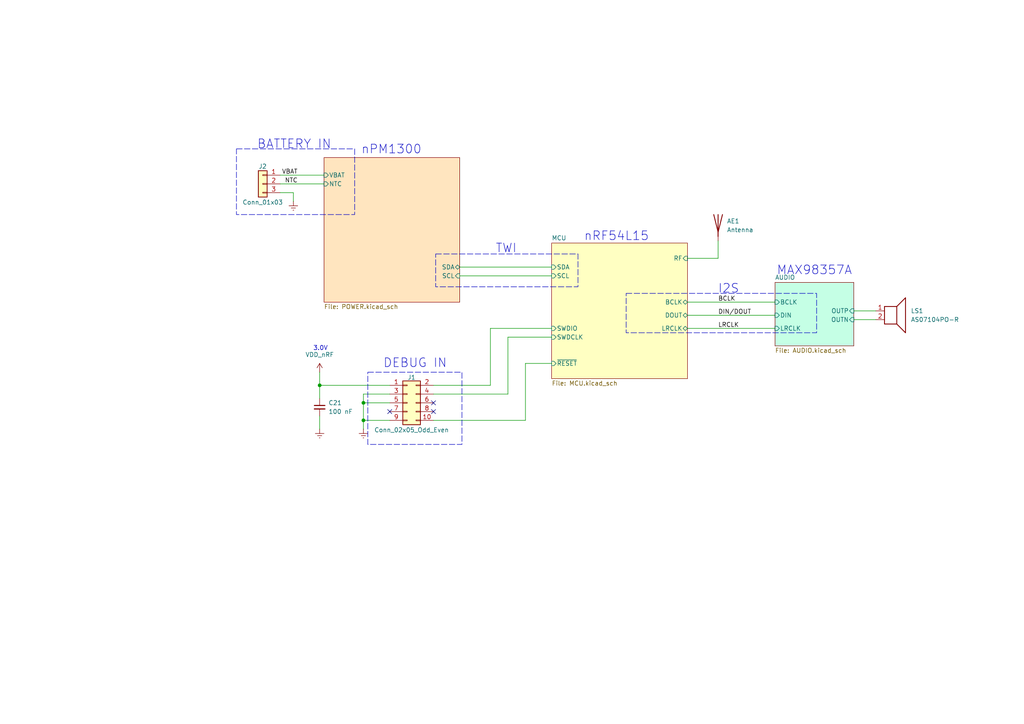
<source format=kicad_sch>
(kicad_sch (version 20250114) (generator "eeschema") (generator_version "9.0")
  (paper "A4")
  (lib_symbols
    (symbol "Connector_Generic:Conn_01x03" (pin_names (offset 1.016) (hide yes))
      (property "Reference" "J" (at 0 5.08 0))
      (property "Value" "Conn_01x03" (at 0 -5.08 0))
      (symbol "Conn_01x03_1_1"
        (rectangle (start -1.27 3.81) (end 1.27 -3.81) (stroke (width 0.254)) (fill (type background)))
        (rectangle (start -1.27 2.667) (end 0 2.413) (stroke (width 0.1524)))
        (rectangle (start -1.27 0.127) (end 0 -0.127) (stroke (width 0.1524)))
        (rectangle (start -1.27 -2.413) (end 0 -2.667) (stroke (width 0.1524)))
        (pin passive line (at -5.08 2.54 0) (length 3.81) (name "Pin_1") (number "1"))
        (pin passive line (at -5.08 0 0) (length 3.81) (name "Pin_2") (number "2"))
        (pin passive line (at -5.08 -2.54 0) (length 3.81) (name "Pin_3") (number "3"))
      )
    )
    (symbol "Connector_Generic:Conn_02x05_Odd_Even" (pin_names (offset 1.016) (hide yes))
      (property "Reference" "J" (at 1.27 7.62 0))
      (property "Value" "Conn_02x05_Odd_Even" (at 1.27 -7.62 0))
      (symbol "Conn_02x05_Odd_Even_1_1"
        (rectangle (start -1.27 6.35) (end 3.81 -6.35) (stroke (width 0.254)) (fill (type background)))
        (rectangle (start -1.27 5.207) (end 0 4.953) (stroke (width 0.1524)))
        (rectangle (start -1.27 2.667) (end 0 2.413) (stroke (width 0.1524)))
        (rectangle (start -1.27 0.127) (end 0 -0.127) (stroke (width 0.1524)))
        (rectangle (start -1.27 -2.413) (end 0 -2.667) (stroke (width 0.1524)))
        (rectangle (start -1.27 -4.953) (end 0 -5.207) (stroke (width 0.1524)))
        (rectangle (start 3.81 5.207) (end 2.54 4.953) (stroke (width 0.1524)))
        (rectangle (start 3.81 2.667) (end 2.54 2.413) (stroke (width 0.1524)))
        (rectangle (start 3.81 0.127) (end 2.54 -0.127) (stroke (width 0.1524)))
        (rectangle (start 3.81 -2.413) (end 2.54 -2.667) (stroke (width 0.1524)))
        (rectangle (start 3.81 -4.953) (end 2.54 -5.207) (stroke (width 0.1524)))
        (pin passive line (at -5.08 5.08 0) (length 3.81) (name "Pin_1") (number "1"))
        (pin passive line (at -5.08 2.54 0) (length 3.81) (name "Pin_3") (number "3"))
        (pin passive line (at -5.08 0 0) (length 3.81) (name "Pin_5") (number "5"))
        (pin passive line (at -5.08 -2.54 0) (length 3.81) (name "Pin_7") (number "7"))
        (pin passive line (at -5.08 -5.08 0) (length 3.81) (name "Pin_9") (number "9"))
        (pin passive line (at 7.62 5.08 180) (length 3.81) (name "Pin_2") (number "2"))
        (pin passive line (at 7.62 2.54 180) (length 3.81) (name "Pin_4") (number "4"))
        (pin passive line (at 7.62 0 180) (length 3.81) (name "Pin_6") (number "6"))
        (pin passive line (at 7.62 -2.54 180) (length 3.81) (name "Pin_8") (number "8"))
        (pin passive line (at 7.62 -5.08 180) (length 3.81) (name "Pin_10") (number "10"))
      )
    )
    (symbol "Device:Antenna" (pin_numbers (hide yes)) (pin_names (offset 1.016) (hide yes))
      (property "Reference" "AE" (at -1.905 1.905 0))
      (property "Value" "Antenna" (at -1.905 0 0))
      (symbol "Antenna_0_1"
        (polyline (pts (xy 0 2.54) (xy 0 -3.81)) (stroke (width 0.254)))
        (polyline (pts (xy 1.27 2.54) (xy 0 -2.54) (xy -1.27 2.54)) (stroke (width 0.254)))
      )
      (symbol "Antenna_1_1"
        (pin input line (at 0 -5.08 90) (length 2.54) (name "A") (number "1"))
      )
    )
    (symbol "Device:C_Small" (pin_numbers (hide yes)) (pin_names (offset 0.254) (hide yes))
      (property "Reference" "C" (at 0.254 1.778 0))
      (property "Value" "C_Small" (at 0.254 -2.032 0))
      (symbol "C_Small_0_1"
        (polyline (pts (xy -1.524 0.508) (xy 1.524 0.508)) (stroke (width 0.3048)))
        (polyline (pts (xy -1.524 -0.508) (xy 1.524 -0.508)) (stroke (width 0.3302)))
      )
      (symbol "C_Small_1_1"
        (pin passive line (at 0 2.54 270) (length 2.032) (name "~") (number "1"))
        (pin passive line (at 0 -2.54 90) (length 2.032) (name "~") (number "2"))
      )
    )
    (symbol "Device:Speaker" (pin_names (offset 0) (hide yes))
      (property "Reference" "LS" (at 1.27 5.715 0))
      (property "Value" "Speaker" (at 1.27 3.81 0))
      (symbol "Speaker_0_0"
        (rectangle (start -2.54 1.27) (end 1.016 -3.81) (stroke (width 0.254)))
        (polyline (pts (xy 1.016 1.27) (xy 3.556 3.81) (xy 3.556 -6.35) (xy 1.016 -3.81)) (stroke (width 0.254)))
      )
      (symbol "Speaker_1_1"
        (pin input line (at -5.08 0 0) (length 2.54) (name "1") (number "1"))
        (pin input line (at -5.08 -2.54 0) (length 2.54) (name "2") (number "2"))
      )
    )
    (symbol "power:Earth" (power) (pin_numbers (hide yes)) (pin_names (offset 0) (hide yes))
      (property "Value" "Earth" (at 0 -3.81 0))
      (symbol "Earth_0_1"
        (polyline (pts (xy -0.635 -1.905) (xy 0.635 -1.905)))
        (polyline (pts (xy -0.127 -2.54) (xy 0.127 -2.54)))
        (polyline (pts (xy 0 -1.27) (xy 0 0)))
        (polyline (pts (xy 1.27 -1.27) (xy -1.27 -1.27)))
      )
      (symbol "Earth_1_1"
        (pin power_in line (at 0 0 270) (length 0) (name "~") (number "1"))
      )
    )
    (symbol "power:VDD" (power) (pin_numbers (hide yes)) (pin_names (offset 0) (hide yes))
      (property "Value" "VDD" (at 0 3.556 0))
      (symbol "VDD_0_1"
        (polyline (pts (xy -0.762 1.27) (xy 0 2.54)))
        (polyline (pts (xy 0 2.54) (xy 0.762 1.27)))
        (polyline (pts (xy 0 0) (xy 0 2.54)))
      )
      (symbol "VDD_1_1"
        (pin power_in line (at 0 0 90) (length 0) (name "~") (number "1"))
      )
    )
  )
  (rectangle (start 181.61 85.09) (end 236.855 96.52) (stroke (width 0) (type dash)))
  (rectangle (start 68.58 43.18) (end 102.87 62.23) (stroke (width 0) (type dash)))
  (rectangle (start 106.68 107.95) (end 133.985 128.905) (stroke (width 0) (type dash)))
  (rectangle (start 126.365 73.66) (end 167.64 83.185) (stroke (width 0) (type dash)))
  (text "nPM1300" (at 113.538 43.434 0) (effects (font (size 2.54 2.54))))
  (text "DEBUG IN" (at 120.396 105.41 0) (effects (font (size 2.54 2.54))))
  (text "BATTERY IN" (at 85.344 41.91 0) (effects (font (size 2.54 2.54))))
  (text "I2S" (at 211.328 83.82 0) (effects (font (size 2.54 2.54))))
  (text "3.0V" (at 92.964 101.092 0) (effects (font (size 1.27 1.27))))
  (text "nRF54L15" (at 178.816 68.58 0) (effects (font (size 2.54 2.54))))
  (text "TWI" (at 146.812 72.136 0) (effects (font (size 2.54 2.54))))
  (text "MAX98357A" (at 236.22 78.486 0) (effects (font (size 2.54 2.54))))
  (junction (at 105.41 116.84))
  (junction (at 92.71 111.76))
  (junction (at 105.41 121.92))
  (no_connect (at 113.03 119.38))
  (no_connect (at 125.73 119.38))
  (no_connect (at 125.73 116.84))
  (wire (pts (xy 113.03 121.92) (xy 105.41 121.92)))
  (wire (pts (xy 199.39 74.93) (xy 208.28 74.93)))
  (wire (pts (xy 142.24 95.25) (xy 160.02 95.25)))
  (wire (pts (xy 133.35 80.01) (xy 160.02 80.01)))
  (wire (pts (xy 105.41 114.3) (xy 105.41 116.84)))
  (wire (pts (xy 81.28 53.34) (xy 93.98 53.34)))
  (wire (pts (xy 199.39 87.63) (xy 224.79 87.63)))
  (wire (pts (xy 199.39 95.25) (xy 224.79 95.25)))
  (wire (pts (xy 92.71 120.65) (xy 92.71 124.46)))
  (wire (pts (xy 105.41 121.92) (xy 105.41 116.84)))
  (wire (pts (xy 81.28 50.8) (xy 93.98 50.8)))
  (wire (pts (xy 147.32 97.79) (xy 160.02 97.79)))
  (wire (pts (xy 92.71 107.95) (xy 92.71 111.76)))
  (wire (pts (xy 92.71 111.76) (xy 92.71 115.57)))
  (wire (pts (xy 125.73 111.76) (xy 142.24 111.76)))
  (wire (pts (xy 81.28 55.88) (xy 85.09 55.88)))
  (wire (pts (xy 113.03 114.3) (xy 105.41 114.3)))
  (wire (pts (xy 152.4 105.41) (xy 160.02 105.41)))
  (wire (pts (xy 142.24 111.76) (xy 142.24 95.25)))
  (wire (pts (xy 125.73 114.3) (xy 147.32 114.3)))
  (wire (pts (xy 105.41 121.92) (xy 105.41 124.46)))
  (wire (pts (xy 208.28 69.85) (xy 208.28 74.93)))
  (wire (pts (xy 113.03 111.76) (xy 92.71 111.76)))
  (wire (pts (xy 147.32 114.3) (xy 147.32 97.79)))
  (wire (pts (xy 125.73 121.92) (xy 152.4 121.92)))
  (wire (pts (xy 199.39 91.44) (xy 224.79 91.44)))
  (wire (pts (xy 247.65 92.71) (xy 254 92.71)))
  (wire (pts (xy 247.65 90.17) (xy 254 90.17)))
  (wire (pts (xy 85.09 55.88) (xy 85.09 58.42)))
  (wire (pts (xy 152.4 121.92) (xy 152.4 105.41)))
  (wire (pts (xy 133.35 77.47) (xy 160.02 77.47)))
  (wire (pts (xy 105.41 116.84) (xy 113.03 116.84)))
  (label "DIN{slash}DOUT" (at 208.28 91.44 0))
  (label "NTC" (at 86.36 53.34 180))
  (label "BCLK" (at 208.28 87.63 0))
  (label "VBAT" (at 86.36 50.8 180))
  (label "LRCLK" (at 208.28 95.25 0))
  (symbol (lib_id "power:VDD") (at 92.71 107.95 0) (unit 1)
    (property "Reference" "#PWR031" (effects (hide yes)))
    (property "Value" "VDD_nRF" (at 92.71 102.87 0))
    (property "Description" "Power symbol creates a global label with name \"VDD\"" (effects (hide yes)))
  )
  (symbol (lib_id "Connector_Generic:Conn_01x03") (at 76.2 53.34 0) (mirror y) (unit 1)
    (property "Reference" "J2" (at 76.2 48.26 0))
    (property "Value" "Conn_01x03" (at 76.2 58.674 0))
    (property "Description" "Generic connector, single row, 01x03, script generated (kicad-library-utils/schlib/autogen/connector/)" (effects (hide yes)))
  )
  (symbol (lib_id "power:Earth") (at 85.09 58.42 0) (unit 1)
    (property "Reference" "#PWR02" (effects (hide yes)))
    (property "Value" "Earth" (effects (hide yes)))
    (property "Description" "Power symbol creates a global label with name \"Earth\"" (effects (hide yes)))
  )
  (symbol (lib_id "Device:C_Small") (at 92.71 118.11 0) (unit 1)
    (property "Reference" "C21" (at 95.25 116.8462 0) (effects (justify left)))
    (property "Value" "100 nF" (at 95.25 119.3862 0) (effects (justify left)))
    (property "Description" "Unpolarized capacitor, small symbol" (effects (hide yes)))
  )
  (symbol (lib_id "power:Earth") (at 105.41 124.46 0) (unit 1)
    (property "Reference" "#PWR029" (effects (hide yes)))
    (property "Value" "Earth" (effects (hide yes)))
    (property "Description" "Power symbol creates a global label with name \"Earth\"" (effects (hide yes)))
  )
  (symbol (lib_id "Device:Antenna") (at 208.28 64.77 0) (unit 1)
    (property "Reference" "AE1" (at 210.82 64.1349 0) (effects (justify left)))
    (property "Value" "Antenna" (at 210.82 66.6749 0) (effects (justify left)))
    (property "Description" "Antenna" (effects (hide yes)))
  )
  (symbol (lib_id "Device:Speaker") (at 259.08 90.17 0) (unit 1)
    (property "Reference" "LS1" (at 264.16 90.1699 0) (effects (justify left)))
    (property "Value" "AS07104PO-R" (at 264.16 92.7099 0) (effects (justify left)))
    (property "Description" "Speaker" (effects (hide yes)))
  )
  (symbol (lib_id "Connector_Generic:Conn_02x05_Odd_Even") (at 118.11 116.84 0) (unit 1)
    (property "Reference" "J1" (at 119.38 109.474 0))
    (property "Value" "Conn_02x05_Odd_Even" (at 119.38 124.714 0))
    (property "Description" "Generic connector, double row, 02x05, odd/even pin numbering scheme (row 1 odd numbers, row 2 even numbers), script generated (kicad-library-utils/schlib/autogen/connector/)" (effects (hide yes)))
  )
  (symbol (lib_id "power:Earth") (at 92.71 124.46 0) (unit 1)
    (property "Reference" "#PWR030" (effects (hide yes)))
    (property "Value" "Earth" (effects (hide yes)))
    (property "Description" "Power symbol creates a global label with name \"Earth\"" (effects (hide yes)))
  )
  (sheet (at 93.98 45.72) (size 39.37 41.91) (stroke (width 0.1524)) (fill (color 255 229 191 1.0000))
    (property "Sheetname" "POWER" (effects (hide yes)))
    (property "Sheetfile" "POWER.kicad_sch" (at 93.98 88.2146 0) (effects (justify left top)))
    (pin "VBAT" input (at 93.98 50.8 180))
    (pin "NTC" input (at 93.98 53.34 180))
    (pin "SCL" input (at 133.35 80.01 0))
    (pin "SDA" bidirectional (at 133.35 77.47 0))
  )
  (sheet (at 224.79 81.915) (size 22.86 18.415) (stroke (width 0.1524)) (fill (color 197 255 229 1.0000))
    (property "Sheetname" "AUDIO" (at 224.79 81.2034 0) (effects (justify left bottom)))
    (property "Sheetfile" "AUDIO.kicad_sch" (at 224.79 100.9146 0) (effects (justify left top)))
    (pin "BCLK" input (at 224.79 87.63 180))
    (pin "DIN" input (at 224.79 91.44 180))
    (pin "LRCLK" input (at 224.79 95.25 180))
    (pin "OUTN" input (at 247.65 92.71 0))
    (pin "OUTP" input (at 247.65 90.17 0))
  )
  (sheet (at 160.02 70.4849) (size 39.37 39.3584) (stroke (width 0.1524)) (fill (color 255 255 194 1.0000))
    (property "Sheetname" "MCU" (at 160.02 69.7733 0) (effects (justify left bottom)))
    (property "Sheetfile" "MCU.kicad_sch" (at 160.02 110.4279 0) (effects (justify left top)))
    (pin "RF" input (at 199.39 74.93 0))
    (pin "SWDCLK" input (at 160.02 97.79 180))
    (pin "SWDIO" input (at 160.02 95.25 180))
    (pin "~{RESET}" input (at 160.02 105.41 180))
    (pin "BCLK" bidirectional (at 199.39 87.63 0))
    (pin "DOUT" bidirectional (at 199.39 91.44 0))
    (pin "LRCLK" bidirectional (at 199.39 95.25 0))
    (pin "SCL" input (at 160.02 80.01 180))
    (pin "SDA" input (at 160.02 77.47 180))
  )
)
</source>
